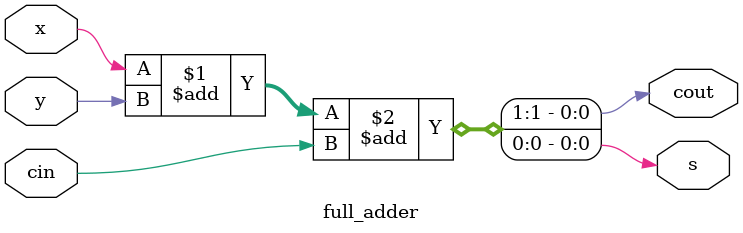
<source format=v>
`timescale 1ns/1ns

module full_adder(x,y,cin,s,cout);

    input x,y,cin;
    output s,cout;

assign {cout,s}=x+y+cin;
   
endmodule
</source>
